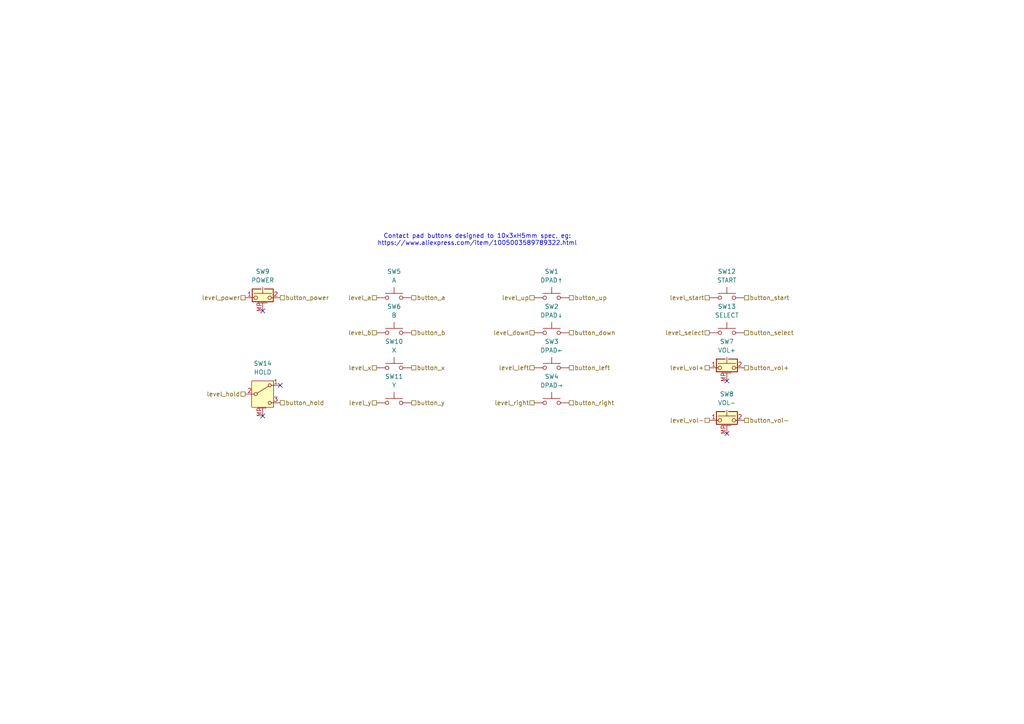
<source format=kicad_sch>
(kicad_sch (version 20250114) (generator "eeschema") (generator_version "9.0")
  (paper "A4")
  (title_block (title "Buttons") (date "2024-11-14") (rev "Rev1") (comment 1 "Author: Aidan MacDonald") (comment 2 "Status: Released") (comment 3 "NOT RECOMMENDED FOR MANUFACTURE"))
  (lib_symbols
    (symbol "Switch:SW_Push" (pin_numbers (hide yes)) (pin_names (offset 1.016) (hide yes))
      (property "Reference" "SW" (at 1.27 2.54 0))
      (property "Value" "SW_Push" (at 0 -1.524 0))
      (symbol "SW_Push_0_1"
        (circle (center -2.032 0) (radius 0.508))
        (polyline (pts (xy 0 1.27) (xy 0 3.048)))
        (circle (center 2.032 0) (radius 0.508))
        (polyline (pts (xy 2.54 1.27) (xy -2.54 1.27)))
        (pin passive line (at -5.08 0 0) (length 2.54) (name "1") (number "1"))
        (pin passive line (at 5.08 0 180) (length 2.54) (name "2") (number "2"))
      )
    )
    (symbol "echoplayer:SW_Push_MountingPin" (pin_names (offset 1.016) (hide yes))
      (property "Reference" "SW" (at 4.318 2.032 0))
      (property "Value" "SW_Push_MountingPin" (at 0 4.572 0))
      (symbol "SW_Push_MountingPin_0_1"
        (circle (center -2.032 0) (radius 0.508))
        (polyline (pts (xy 0 1.27) (xy 0 3.048)))
        (polyline (pts (xy 0.508 2.54) (xy 3.048 2.54) (xy 3.048 -1.143) (xy -3.048 -1.143) (xy -3.048 2.54) (xy -0.508 2.54)) (stroke (width -0.0254)))
        (polyline (pts (xy 0.508 2.54) (xy 3.048 2.54) (xy 3.048 -1.143) (xy -3.048 -1.143) (xy -3.048 2.54) (xy -0.508 2.54)) (stroke (width 0.254)))
        (polyline (pts (xy 1.27 -1.524) (xy -1.27 -1.524)))
        (circle (center 2.032 0) (radius 0.508))
        (polyline (pts (xy 2.54 1.27) (xy -2.54 1.27)))
        (pin passive line (at -5.08 0 0) (length 2.54) (name "1") (number "1"))
        (pin passive line (at 5.08 0 180) (length 2.54) (name "2") (number "2"))
      )
      (symbol "SW_Push_MountingPin_1_1"
        (rectangle (start -3.048 2.54) (end 3.048 -1.27) (stroke (width -0.0254)) (fill (type background)))
        (pin passive line (at 0 -3.81 90) (length 2.286) (name "B") (number "MP"))
      )
    )
    (symbol "echoplayer:SW_SPDT_MountingPin" (pin_names (offset 0) (hide yes))
      (property "Reference" "SW" (at 0 5.08 0))
      (property "Value" "SW_SPDT_MountingPin" (at 0 -9.398 0))
      (symbol "SW_SPDT_MountingPin_0_1"
        (circle (center -2.032 0) (radius 0.4572))
        (polyline (pts (xy -1.651 0.254) (xy 1.651 2.286)))
        (polyline (pts (xy -1.27 -4.064) (xy 1.016 -4.064)))
        (circle (center 2.032 2.54) (radius 0.4572))
        (circle (center 2.032 -2.54) (radius 0.4572))
      )
      (symbol "SW_SPDT_MountingPin_1_1"
        (rectangle (start -3.175 3.81) (end 3.175 -3.81) (fill (type background)))
        (pin passive line (at -5.08 0 0) (length 2.54) (name "B") (number "2"))
        (pin passive line (at 0 -6.35 90) (length 2.286) (name "MP") (number "MP"))
        (pin passive line (at 5.08 2.54 180) (length 2.54) (name "A") (number "1"))
        (pin passive line (at 5.08 -2.54 180) (length 2.54) (name "C") (number "3"))
      )
    )
  )
  (text "Contact pad buttons designed to 10x3xH5mm spec, eg:\nhttps://www.aliexpress.com/item/1005003589789322.html" (at 138.43 69.596 0) (effects (font (size 1.27 1.27))))
  (no_connect (at 76.2 90.17))
  (no_connect (at 81.28 111.76))
  (no_connect (at 210.82 125.73))
  (no_connect (at 76.2 120.65))
  (no_connect (at 210.82 110.49))
  (hierarchical_label "button_right" (shape passive) (at 165.1 116.84 0))
  (hierarchical_label "button_a" (shape passive) (at 119.38 86.36 0))
  (hierarchical_label "button_hold" (shape passive) (at 81.28 116.84 0))
  (hierarchical_label "level_down" (shape passive) (at 154.94 96.52 180))
  (hierarchical_label "level_left" (shape passive) (at 154.94 106.68 180))
  (hierarchical_label "button_power" (shape passive) (at 81.28 86.36 0))
  (hierarchical_label "level_b" (shape passive) (at 109.22 96.52 180))
  (hierarchical_label "level_select" (shape passive) (at 205.74 96.52 180))
  (hierarchical_label "button_b" (shape passive) (at 119.38 96.52 0))
  (hierarchical_label "button_x" (shape passive) (at 119.38 106.68 0))
  (hierarchical_label "level_power" (shape passive) (at 71.12 86.36 180))
  (hierarchical_label "level_up" (shape passive) (at 154.94 86.36 180))
  (hierarchical_label "button_start" (shape passive) (at 215.9 86.36 0))
  (hierarchical_label "button_vol+" (shape passive) (at 215.9 106.68 0))
  (hierarchical_label "button_left" (shape passive) (at 165.1 106.68 0))
  (hierarchical_label "level_vol+" (shape passive) (at 205.74 106.68 180))
  (hierarchical_label "button_vol-" (shape passive) (at 215.9 121.92 0))
  (hierarchical_label "level_hold" (shape passive) (at 71.12 114.3 180))
  (hierarchical_label "button_y" (shape passive) (at 119.38 116.84 0))
  (hierarchical_label "button_select" (shape passive) (at 215.9 96.52 0))
  (hierarchical_label "button_down" (shape passive) (at 165.1 96.52 0))
  (hierarchical_label "level_y" (shape passive) (at 109.22 116.84 180))
  (hierarchical_label "button_up" (shape passive) (at 165.1 86.36 0))
  (hierarchical_label "level_x" (shape passive) (at 109.22 106.68 180))
  (hierarchical_label "level_right" (shape passive) (at 154.94 116.84 180))
  (hierarchical_label "level_a" (shape passive) (at 109.22 86.36 180))
  (hierarchical_label "level_vol-" (shape passive) (at 205.74 121.92 180))
  (hierarchical_label "level_start" (shape passive) (at 205.74 86.36 180))
  (symbol (lib_id "Switch:SW_Push") (at 114.3 96.52 0) (unit 1)
    (property "Reference" "SW6" (at 114.3 88.9 0))
    (property "Value" "B" (at 114.3 91.44 0))
    (property "Footprint" "echoplayer:Switch_ContactPad_10x3mm_Cross" (effects (hide yes)))
    (property "Description" "Push button switch, generic, two pins" (effects (hide yes)))
  )
  (symbol (lib_id "Switch:SW_Push") (at 210.82 96.52 0) (unit 1)
    (property "Reference" "SW13" (at 210.82 88.9 0))
    (property "Value" "SELECT" (at 210.82 91.44 0))
    (property "Footprint" "echoplayer:Switch_XUNPU_TS-1088-AR" (effects (hide yes)))
    (property "Datasheet" "https://www.lcsc.com/datasheet/lcsc_datasheet_2409302330_XUNPU-TS-1088-AR02016_C720477.pdf" (effects (hide yes)))
    (property "Description" "Push button switch, generic, two pins" (effects (hide yes)))
    (property "LCSC#" "C720477" (effects (hide yes)))
  )
  (symbol (lib_id "Switch:SW_Push") (at 160.02 86.36 0) (unit 1)
    (property "Reference" "SW1" (at 160.02 78.74 0))
    (property "Value" "DPAD↑" (at 160.02 81.28 0))
    (property "Footprint" "echoplayer:Switch_ContactPad_10x3mm_Cross" (effects (hide yes)))
    (property "Description" "Push button switch, generic, two pins" (effects (hide yes)))
  )
  (symbol (lib_id "Switch:SW_Push") (at 114.3 106.68 0) (unit 1)
    (property "Reference" "SW10" (at 114.3 99.06 0))
    (property "Value" "X" (at 114.3 101.6 0))
    (property "Footprint" "echoplayer:Switch_ContactPad_10x3mm_Cross" (effects (hide yes)))
    (property "Description" "Push button switch, generic, two pins" (effects (hide yes)))
  )
  (symbol (lib_id "echoplayer:SW_Push_MountingPin") (at 210.82 106.68 0) (unit 1)
    (property "Reference" "SW7" (at 210.82 99.06 0))
    (property "Value" "VOL+" (at 210.82 101.6 0))
    (property "Footprint" "echoplayer:Switch_XKB_TS-1010-C-A" (effects (hide yes)))
    (property "Description" "Generic push-button switch, two contact pins and shield pin(s)" (effects (hide yes)))
    (property "LCSC#" "C318941" (effects (hide yes)))
  )
  (symbol (lib_id "echoplayer:SW_SPDT_MountingPin") (at 76.2 114.3 0) (unit 1)
    (property "Reference" "SW14" (at 76.2 105.41 0))
    (property "Value" "HOLD" (at 76.2 107.95 0))
    (property "Footprint" "echoplayer:Switch_SHOUHAN_MSK12C02-HB" (effects (hide yes)))
    (property "Description" "Switch, single pole double throw" (effects (hide yes)))
    (property "LCSC#" "C431541" (effects (hide yes)))
  )
  (symbol (lib_id "echoplayer:SW_Push_MountingPin") (at 76.2 86.36 0) (unit 1)
    (property "Reference" "SW9" (at 76.2 78.74 0))
    (property "Value" "POWER" (at 76.2 81.28 0))
    (property "Footprint" "echoplayer:Switch_XKB_TS-1010-C-A" (effects (hide yes)))
    (property "Description" "Generic push-button switch, two contact pins and shield pin(s)" (effects (hide yes)))
    (property "LCSC#" "C318941" (effects (hide yes)))
  )
  (symbol (lib_id "Switch:SW_Push") (at 210.82 86.36 0) (unit 1)
    (property "Reference" "SW12" (at 210.82 78.74 0))
    (property "Value" "START" (at 210.82 81.28 0))
    (property "Footprint" "echoplayer:Switch_XUNPU_TS-1088-AR" (effects (hide yes)))
    (property "Datasheet" "https://www.lcsc.com/datasheet/lcsc_datasheet_2409302330_XUNPU-TS-1088-AR02016_C720477.pdf" (effects (hide yes)))
    (property "Description" "Push button switch, generic, two pins" (effects (hide yes)))
    (property "LCSC#" "C720477" (effects (hide yes)))
  )
  (symbol (lib_id "echoplayer:SW_Push_MountingPin") (at 210.82 121.92 0) (unit 1)
    (property "Reference" "SW8" (at 210.82 114.3 0))
    (property "Value" "VOL-" (at 210.82 116.84 0))
    (property "Footprint" "echoplayer:Switch_XKB_TS-1010-C-A" (effects (hide yes)))
    (property "Description" "Generic push-button switch, two contact pins and shield pin(s)" (effects (hide yes)))
    (property "LCSC#" "C318941" (effects (hide yes)))
  )
  (symbol (lib_id "Switch:SW_Push") (at 160.02 116.84 0) (unit 1)
    (property "Reference" "SW4" (at 160.02 109.22 0))
    (property "Value" "DPAD→" (at 160.02 111.76 0))
    (property "Footprint" "echoplayer:Switch_ContactPad_10x3mm_Cross" (effects (hide yes)))
    (property "Description" "Push button switch, generic, two pins" (effects (hide yes)))
  )
  (symbol (lib_id "Switch:SW_Push") (at 114.3 116.84 0) (unit 1)
    (property "Reference" "SW11" (at 114.3 109.22 0))
    (property "Value" "Y" (at 114.3 111.76 0))
    (property "Footprint" "echoplayer:Switch_ContactPad_10x3mm_Cross" (effects (hide yes)))
    (property "Description" "Push button switch, generic, two pins" (effects (hide yes)))
  )
  (symbol (lib_id "Switch:SW_Push") (at 160.02 106.68 0) (unit 1)
    (property "Reference" "SW3" (at 160.02 99.06 0))
    (property "Value" "DPAD←" (at 160.02 101.6 0))
    (property "Footprint" "echoplayer:Switch_ContactPad_10x3mm_Cross" (effects (hide yes)))
    (property "Description" "Push button switch, generic, two pins" (effects (hide yes)))
  )
  (symbol (lib_id "Switch:SW_Push") (at 114.3 86.36 0) (unit 1)
    (property "Reference" "SW5" (at 114.3 78.74 0))
    (property "Value" "A" (at 114.3 81.28 0))
    (property "Footprint" "echoplayer:Switch_ContactPad_10x3mm_Cross" (effects (hide yes)))
    (property "Description" "Push button switch, generic, two pins" (effects (hide yes)))
  )
  (symbol (lib_id "Switch:SW_Push") (at 160.02 96.52 0) (unit 1)
    (property "Reference" "SW2" (at 160.02 88.9 0))
    (property "Value" "DPAD↓" (at 160.02 91.44 0))
    (property "Footprint" "echoplayer:Switch_ContactPad_10x3mm_Cross" (effects (hide yes)))
    (property "Description" "Push button switch, generic, two pins" (effects (hide yes)))
  )
)
</source>
